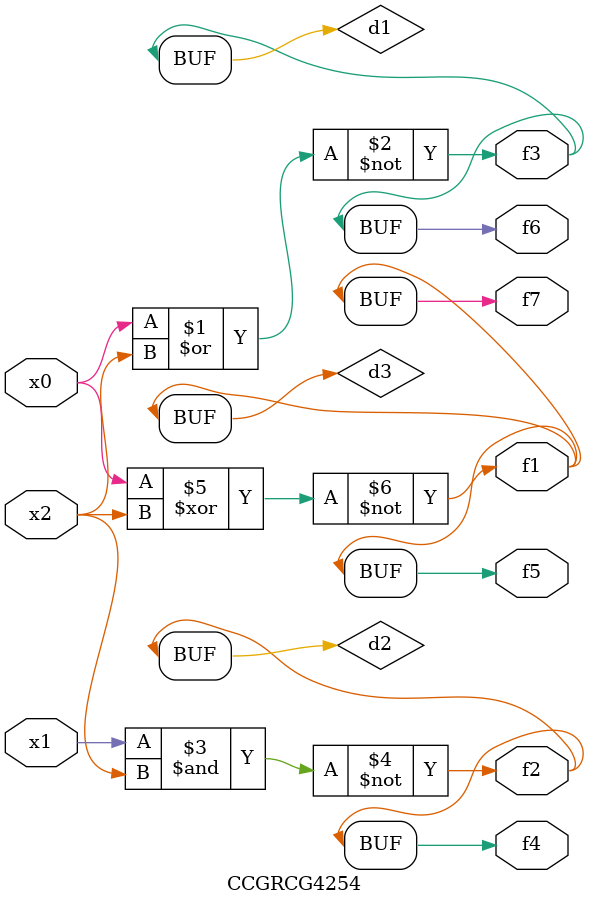
<source format=v>
module CCGRCG4254(
	input x0, x1, x2,
	output f1, f2, f3, f4, f5, f6, f7
);

	wire d1, d2, d3;

	nor (d1, x0, x2);
	nand (d2, x1, x2);
	xnor (d3, x0, x2);
	assign f1 = d3;
	assign f2 = d2;
	assign f3 = d1;
	assign f4 = d2;
	assign f5 = d3;
	assign f6 = d1;
	assign f7 = d3;
endmodule

</source>
